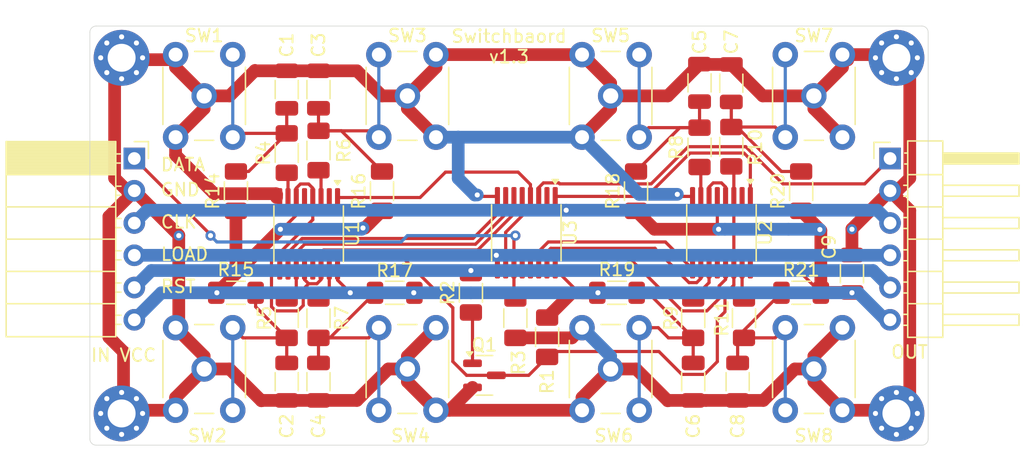
<source format=kicad_pcb>
(kicad_pcb (version 20241229) (generator "pcbnew") (generator_version "9.0")
  (layers (0 "F.Cu" signal) (2 "B.Cu" signal) (13 "F.Paste" user) (15 "B.Paste" user) (5 "F.SilkS" user "F.Silkscreen") (7 "B.SilkS" user "B.Silkscreen") (1 "F.Mask" user) (3 "B.Mask" user) (25 "Edge.Cuts" user))
  (net 0 "")
  (net 1 "GND")
  (net 2 "VCC")
  (net 3 "/RESET")
  (net 4 "/LOAD")
  (net 5 "/CLOCK")
  (net 6 "/DATA_IN")
  (net 7 "/DATA_OUT")
  (net 8 "Net-(R4-Pad1)")
  (net 9 "Net-(R5-Pad1)")
  (net 10 "Net-(R6-Pad1)")
  (net 11 "Net-(R7-Pad1)")
  (net 12 "Net-(R8-Pad1)")
  (net 13 "Net-(R9-Pad1)")
  (net 14 "Net-(R10-Pad1)")
  (net 15 "Net-(R11-Pad1)")
  (net 16 "Net-(U3-P2)")
  (net 17 "Net-(U3-P1)")
  (net 18 "Net-(U3-P0)")
  (net 19 "Net-(U3-P3)")
  (net 20 "Net-(U3-P6)")
  (net 21 "Net-(U3-P4)")
  (net 22 "/RESET_LOCAL")
  (net 23 "Net-(U3-P7)")
  (net 24 "Net-(U3-P5)")
  (net 27 "Net-(Q1-B)")
  (net 28 "Net-(C1-Pad1)")
  (net 29 "Net-(C2-Pad1)")
  (net 30 "Net-(C3-Pad1)")
  (net 31 "Net-(C4-Pad1)")
  (net 32 "Net-(C5-Pad1)")
  (net 33 "Net-(C6-Pad1)")
  (net 34 "Net-(C7-Pad1)")
  (net 35 "Net-(C8-Pad1)")
  (footprint "Resistor_SMD:R_1206_3216Metric_Pad1.30x1.75mm_HandSolder" (layer "F.Cu") (at 70.5 29.5 90)
    (property "Reference" "R10")
    (property "Value" "10k")
  )
  (footprint "Button_Switch_THT:SW_PUSH_6mm" (layer "F.Cu") (at 79.25 43.75 -90)
    (property "Reference" "SW8")
    (property "Value" "SW_Push")
  )
  (footprint "Resistor_SMD:R_1206_3216Metric_Pad1.30x1.75mm_HandSolder" (layer "F.Cu") (at 56 44.5 90)
    (property "Reference" "R1")
    (property "Value" "10k")
  )
  (footprint "MountingHole:MountingHole_2.2mm_M2_Pad_Via" (layer "F.Cu") (at 22.5 50.5)
    (property "Reference" "H2" (hide yes))
    (property "Value" "MountingHole_Pad" (hide yes))
  )
  (footprint "Resistor_SMD:R_1206_3216Metric_Pad1.30x1.75mm_HandSolder" (layer "F.Cu") (at 53.5 43 -90)
    (property "Reference" "R3")
    (property "Value" "100k")
  )
  (footprint "MountingHole:MountingHole_2.2mm_M2_Pad_Via" (layer "F.Cu") (at 83.5 50.5)
    (property "Reference" "H4" (hide yes))
    (property "Value" "MountingHole_Pad" (hide yes))
  )
  (footprint "Capacitor_SMD:C_1206_3216Metric" (layer "F.Cu") (at 38 48 -90)
    (property "Reference" "C4")
    (property "Value" "10n")
  )
  (footprint "Capacitor_SMD:C_1206_3216Metric" (layer "F.Cu") (at 70.5 24.5 90)
    (property "Reference" "C7")
    (property "Value" "10n")
  )
  (footprint "Package_SO:TSSOP-16_4.4x5mm_P0.65mm" (layer "F.Cu") (at 69.725 36.275 -90)
    (property "Reference" "U2")
    (property "Value" "4044")
  )
  (footprint "Button_Switch_THT:SW_PUSH_6mm" (layer "F.Cu") (at 58.75 28.75 90)
    (property "Reference" "SW5")
    (property "Value" "SW_Push")
  )
  (footprint "Package_SO:TSSOP-16_4.4x5mm_P0.65mm" (layer "F.Cu") (at 54.3625 36.275 -90)
    (property "Reference" "U3")
    (property "Value" "4014")
  )
  (footprint "Resistor_SMD:R_1206_3216Metric_Pad1.30x1.75mm_HandSolder" (layer "F.Cu") (at 68 29.55 90)
    (property "Reference" "R8")
    (property "Value" "10k")
  )
  (footprint "Resistor_SMD:R_1206_3216Metric_Pad1.30x1.75mm_HandSolder" (layer "F.Cu") (at 71.5 43 -90)
    (property "Reference" "R11")
    (property "Value" "10k")
  )
  (footprint "Capacitor_SMD:C_1206_3216Metric" (layer "F.Cu") (at 35.5 48 -90)
    (property "Reference" "C2")
    (property "Value" "10n")
  )
  (footprint "Resistor_SMD:R_1206_3216Metric_Pad1.30x1.75mm_HandSolder" (layer "F.Cu") (at 35.5 30 90)
    (property "Reference" "R4")
    (property "Value" "10k")
  )
  (footprint "Resistor_SMD:R_1206_3216Metric_Pad1.30x1.75mm_HandSolder" (layer "F.Cu") (at 76 41 180)
    (property "Reference" "R21")
    (property "Value" "100k")
  )
  (footprint "Package_SO:TSSOP-16_4.4x5mm_P0.65mm" (layer "F.Cu") (at 37.225 36.3625 -90)
    (property "Reference" "U1")
    (property "Value" "4044")
  )
  (footprint "Resistor_SMD:R_1206_3216Metric_Pad1.30x1.75mm_HandSolder" (layer "F.Cu") (at 31.5 41)
    (property "Reference" "R15")
    (property "Value" "100k")
  )
  (footprint "Resistor_SMD:R_1206_3216Metric_Pad1.30x1.75mm_HandSolder" (layer "F.Cu") (at 31.5 33 90)
    (property "Reference" "R14")
    (property "Value" "100k")
  )
  (footprint "Button_Switch_THT:SW_PUSH_6mm" (layer "F.Cu") (at 79.25 22.25 -90)
    (property "Reference" "SW7")
    (property "Value" "SW_Push")
  )
  (footprint "Resistor_SMD:R_1206_3216Metric_Pad1.30x1.75mm_HandSolder" (layer "F.Cu") (at 76 33 90)
    (property "Reference" "R20")
    (property "Value" "100k")
  )
  (footprint "Button_Switch_THT:SW_PUSH_6mm" (layer "F.Cu") (at 58.75 50.25 90)
    (property "Reference" "SW6")
    (property "Value" "SW_Push")
  )
  (footprint "Resistor_SMD:R_1206_3216Metric_Pad1.30x1.75mm_HandSolder" (layer "F.Cu") (at 63 33 90)
    (property "Reference" "R18")
    (property "Value" "100k")
  )
  (footprint "Resistor_SMD:R_1206_3216Metric_Pad1.30x1.75mm_HandSolder" (layer "F.Cu") (at 50 41 90)
    (property "Reference" "R2")
    (property "Value" "10k")
  )
  (footprint "MountingHole:MountingHole_2.2mm_M2_Pad_Via" (layer "F.Cu") (at 83.5 22.5)
    (property "Reference" "H3" (hide yes))
    (property "Value" "MountingHole_Pad" (hide yes))
  )
  (footprint "Capacitor_SMD:C_1206_3216Metric" (layer "F.Cu") (at 71 48 -90)
    (property "Reference" "C8")
    (property "Value" "10n")
  )
  (footprint "Button_Switch_THT:SW_PUSH_6mm" (layer "F.Cu") (at 47.25 43.75 -90)
    (property "Reference" "SW4")
    (property "Value" "SW_Push")
  )
  (footprint "Resistor_SMD:R_1206_3216Metric_Pad1.30x1.75mm_HandSolder" (layer "F.Cu") (at 38 29.8 90)
    (property "Reference" "R6")
    (property "Value" "10k")
  )
  (footprint "Capacitor_SMD:C_1206_3216Metric" (layer "F.Cu") (at 38 25 90)
    (property "Reference" "C3")
    (property "Value" "10n")
  )
  (footprint "Button_Switch_THT:SW_PUSH_6mm" (layer "F.Cu") (at 26.75 28.75 90)
    (property "Reference" "SW1")
    (property "Value" "SW_Push")
  )
  (footprint "Resistor_SMD:R_1206_3216Metric_Pad1.30x1.75mm_HandSolder" (layer "F.Cu") (at 67.5 43 -90)
    (property "Reference" "R9")
    (property "Value" "10k")
  )
  (footprint "Capacitor_SMD:C_1206_3216Metric" (layer "F.Cu") (at 35.5 25 90)
    (property "Reference" "C1")
    (property "Value" "10n")
  )
  (footprint "Capacitor_SMD:C_1206_3216Metric" (layer "F.Cu") (at 80 39.5 -90)
    (property "Reference" "C9")
    (property "Value" "100n")
  )
  (footprint "Resistor_SMD:R_1206_3216Metric_Pad1.30x1.75mm_HandSolder" (layer "F.Cu") (at 44 41 180)
    (property "Reference" "R17")
    (property "Value" "100k")
  )
  (footprint "Button_Switch_THT:SW_PUSH_6mm" (layer "F.Cu") (at 47.25 22.25 -90)
    (property "Reference" "SW3")
    (property "Value" "SW_Push")
  )
  (footprint "Resistor_SMD:R_1206_3216Metric_Pad1.30x1.75mm_HandSolder" (layer "F.Cu") (at 35.5 43 -90)
    (property "Reference" "R5")
    (property "Value" "10k")
  )
  (footprint "Resistor_SMD:R_1206_3216Metric_Pad1.30x1.75mm_HandSolder" (layer "F.Cu") (at 61.5 41)
    (property "Reference" "R19")
    (property "Value" "100k")
  )
  (footprint "Capacitor_SMD:C_1206_3216Metric" (layer "F.Cu") (at 68 24.475 90)
    (property "Reference" "C5")
    (property "Value" "10n")
  )
  (footprint "Package_TO_SOT_SMD:SOT-23" (layer "F.Cu") (at 51.0625 47.5)
    (property "Reference" "Q1")
    (property "Value" "MMBT5551L")
  )
  (footprint "Resistor_SMD:R_1206_3216Metric_Pad1.30x1.75mm_HandSolder" (layer "F.Cu") (at 38 43 -90)
    (property "Reference" "R7")
    (property "Value" "10k")
  )
  (footprint "Connector_PinSocket_2.54mm:PinSocket_1x06_P2.54mm_Horizontal" (layer "F.Cu") (at 23.5 30.428718)
    (property "Reference" "J2" (hide yes))
    (property "Value" "S88_In")
  )
  (footprint "Button_Switch_THT:SW_PUSH_6mm" (layer "F.Cu") (at 26.75 50.25 90)
    (property "Reference" "SW2")
    (property "Value" "SW_Push")
  )
  (footprint "Resistor_SMD:R_1206_3216Metric_Pad1.30x1.75mm_HandSolder" (layer "F.Cu") (at 43 33 90)
    (property "Reference" "R16")
    (property "Value" "100k")
  )
  (footprint "Capacitor_SMD:C_1206_3216Metric" (layer "F.Cu") (at 67.5 48 -90)
    (property "Reference" "C6")
    (property "Value" "10n")
  )
  (footprint "Connector_PinHeader_2.54mm:PinHeader_1x06_P2.54mm_Horizontal" (layer "F.Cu") (at 83 30.428718)
    (property "Reference" "J4" (hide yes))
    (property "Value" "S88_Out")
  )
  (footprint "MountingHole:MountingHole_2.2mm_M2_Pad_Via" (layer "F.Cu") (at 22.5 22.5)
    (property "Reference" "H1" (hide yes))
    (property "Value" "MountingHole_Pad" (hide yes))
  )
  (gr_arc (start 20.5 53) (mid 20.146447 52.853553) (end 20 52.5) (stroke (width 0.05)) (layer "Edge.Cuts"))
  (gr_arc (start 20 20.5) (mid 20.146447 20.146447) (end 20.5 20) (stroke (width 0.05)) (layer "Edge.Cuts"))
  (gr_line (start 85.5 53) (end 20.5 53) (stroke (width 0.05)) (layer "Edge.Cuts"))
  (gr_line (start 20.5 20) (end 85.5 20) (stroke (width 0.05)) (layer "Edge.Cuts"))
  (gr_line (start 86 20.5) (end 86 52.5) (stroke (width 0.05)) (layer "Edge.Cuts"))
  (gr_arc (start 85.5 20) (mid 85.853553 20.146447) (end 86 20.5) (stroke (width 0.05)) (layer "Edge.Cuts"))
  (gr_line (start 20 52.5) (end 20 20.5) (stroke (width 0.05)) (layer "Edge.Cuts"))
  (gr_arc (start 86 52.5) (mid 85.853553 52.853553) (end 85.5 53) (stroke (width 0.05)) (layer "Edge.Cuts"))
  (gr_text "VCC" (at 22.25 46.5 0) (layer "F.SilkS") (effects (font (size 1 1)) (justify left bottom)))
  (gr_text "LOAD" (at 25.5 38.548718 0) (layer "F.SilkS") (effects (font (size 1 1)) (justify left bottom)))
  (gr_text "RST" (at 25.5 41.088718 0) (layer "F.SilkS") (effects (font (size 1 1)) (justify left bottom)))
  (gr_text "IN" (at 20 46.5 0) (layer "F.SilkS") (effects (font (size 1 1)) (justify left bottom)))
  (gr_text "OUT" (at 83 46.25 0) (layer "F.SilkS") (effects (font (size 1 1)) (justify left bottom)))
  (gr_text "GND" (at 25.5 33.468718 0) (layer "F.SilkS") (effects (font (size 1 1)) (justify left bottom)))
  (gr_text "Switchbaord\nv1.3" (at 53 23 0) (layer "F.SilkS") (effects (font (size 1 1)) (justify bottom)))
  (gr_text "DATA" (at 25.5 31.5 0) (layer "F.SilkS") (effects (font (size 1 1)) (justify left bottom)))
  (gr_text "CLK" (at 25.5 36.008718 0) (layer "F.SilkS") (effects (font (size 1 1)) (justify left bottom)))
  (segment (start 23.5 32.968718) (end 23.5 33) (width 1) (layer "F.Cu") (net 1))
  (segment (start 83.083274 22.25) (end 83.5 22.666726) (width 1) (layer "F.Cu") (net 1))
  (segment (start 77 47) (end 77 46) (width 1) (layer "F.Cu") (net 1))
  (segment (start 29 47) (end 29 46) (width 1) (layer "F.Cu") (net 1))
  (segment (start 47.25 22.25) (end 47.25 23.25) (width 1) (layer "F.Cu") (net 1))
  (segment (start 26.75 28.75) (end 26.75 30.164213) (width 1) (layer "F.Cu") (net 1))
  (segment (start 57.95 44.55) (end 58.75 43.75) (width 1) (layer "F.Cu") (net 1))
  (segment (start 61 26.5) (end 58.75 28.75) (width 1) (layer "F.Cu") (net 1))
  (segment (start 22.65 45.65) (end 22.65 50.5) (width 1) (layer "F.Cu") (net 1))
  (segment (start 84.551 51.449) (end 84.333274 51.666726) (width 1) (layer "F.Cu") (net 1))
  (segment (start 79.666726 22.666726) (end 79.25 22.25) (width 1) (layer "F.Cu") (net 1))
  (segment (start 35.5 49.475) (end 38 49.475) (width 1) (layer "F.Cu") (net 1))
  (segment (start 70.5 23.025) (end 68.025 23.025) (width 1) (layer "F.Cu") (net 1))
  (segment (start 26.75 50.25) (end 22.9 50.25) (width 1) (layer "F.Cu") (net 1))
  (segment (start 66.4125 33.4125) (end 66.25 33.25) (width 0.25) (layer "F.Cu") (net 1))
  (segment (start 45 26.5) (end 47.25 28.75) (width 1) (layer "F.Cu") (net 1))
  (segment (start 41.025 49.475) (end 43.5 47) (width 1) (layer "F.Cu") (net 1))
  (segment (start 82.916548 50.25) (end 84.333274 51.666726) (width 1) (layer "F.Cu") (net 1))
  (segment (start 27 36.5) (end 27 43.5) (width 1) (layer "F.Cu") (net 1))
  (segment (start 84.551 31.979718) (end 84.551 23.717726) (width 1) (layer "F.Cu") (net 1))
  (segment (start 29.784787 33.199) (end 34.649 33.199) (width 1) (layer "F.Cu") (net 1))
  (segment (start 61 24.5) (end 58.75 22.25) (width 1) (layer "F.Cu") (net 1))
  (segment (start 21.5 35) (end 21.5 44.5) (width 1) (layer "F.Cu") (net 1))
  (segment (start 61 47) (end 63 47) (width 1) (layer "F.Cu") (net 1))
  (segment (start 22.938 32.968718) (end 21.949 31.979718) (width 1) (layer "F.Cu") (net 1))
  (segment (start 26.35 22.65) (end 26.75 22.25) (width 1) (layer "F.Cu") (net 1))
  (segment (start 29 26.5) (end 26.75 28.75) (width 1) (layer "F.Cu") (net 1))
  (segment (start 45 47) (end 45 48) (width 1) (layer "F.Cu") (net 1))
  (segment (start 33.5 49.5) (end 33.525 49.475) (width 1) (layer "F.Cu") (net 1))
  (segment (start 58.75 49.25) (end 61 47) (width 1) (layer "F.Cu") (net 1))
  (segment (start 77 25.5) (end 72.975 25.5) (width 1) (layer "F.Cu") (net 1))
  (segment (start 29 25.5) (end 31 25.5) (width 1) (layer "F.Cu") (net 1))
  (segment (start 68.025 23.025) (end 68 23) (width 1) (layer "F.Cu") (net 1))
  (segment (start 21.949 23.201) (end 22.5 22.65) (width 1) (layer "F.Cu") (net 1))
  (segment (start 31 47) (end 33.5 49.5) (width 1) (layer "F.Cu") (net 1))
  (segment (start 72.975 25.5) (end 70.5 23.025) (width 1) (layer "F.Cu") (net 1))
  (segment (start 47.25 50.25) (end 48.325 50.25) (width 1) (layer "F.Cu") (net 1))
  (segment (start 31 25.5) (end 33 23.5) (width 1) (layer "F.Cu") (net 1))
  (segment (start 67.45 33.4125) (end 66.4125 33.4125) (width 0.25) (layer "F.Cu") (net 1))
  (segment (start 61 25.5) (end 61 24.5) (width 1) (layer "F.Cu") (net 1))
  (segment (start 38 23.525) (end 41.025 23.525) (width 1) (layer "F.Cu") (net 1))
  (segment (start 23.5 33) (end 21.5 35) (width 1) (layer "F.Cu") (net 1))
  (segment (start 50.6135 33.4125) (end 50.5 33.299) (width 0.25) (layer "F.Cu") (net 1))
  (segment (start 45 48) (end 47.25 50.25) (width 1) (layer "F.Cu") (net 1))
  (segment (start 53.5 44.55) (end 57.95 44.55) (width 1) (layer "F.Cu") (net 1))
  (segment (start 22.5 22.65) (end 26.35 22.65) (width 1) (layer "F.Cu") (net 1))
  (segment (start 65.5 49.5) (end 65.525 49.475) (width 1) (layer "F.Cu") (net 1))
  (segment (start 43 25.5) (end 45 25.5) (width 1) (layer "F.Cu") (net 1))
  (segment (start 73.025 49.475) (end 75.5 47) (width 1) (layer "F.Cu") (net 1))
  (segment (start 65.5 25.5) (end 61 25.5) (width 1) (layer "F.Cu") (net 1))
  (segment (start 79.25 22.25) (end 83.083274 22.25) (width 1) (layer "F.Cu") (net 1))
  (segment (start 29 25.5) (end 29 26.5) (width 1) (layer "F.Cu") (net 1))
  (segment (start 41.025 23.525) (end 43 25.5) (width 1) (layer "F.Cu") (net 1))
  (segment (start 77 48) (end 79.25 50.25) (width 1) (layer "F.Cu") (net 1))
  (segment (start 26.75 23.25) (end 29 25.5) (width 1) (layer "F.Cu") (net 1))
  (segment (start 34.649 33.199) (end 34.699 33.249) (width 1) (layer "F.Cu") (net 1))
  (segment (start 34.699 33.249) (end 34.699 33.5) (width 1) (layer "F.Cu") (net 1))
  (segment (start 33.525 49.475) (end 35.5 49.475) (width 1) (layer "F.Cu") (net 1))
  (segment (start 29 46) (end 26.75 43.75) (width 1) (layer "F.Cu") (net 1))
  (segment (start 22.9 50.25) (end 22.65 50.5) (width 1) (layer "F.Cu") (net 1))
  (segment (start 35.5 23.525) (end 38 23.525) (width 1) (layer "F.Cu") (net 1))
  (segment (start 79.25 50.25) (end 83.25 50.25) (width 1) (layer "F.Cu") (net 1))
  (segment (start 27 43.5) (end 26.75 43.75) (width 1) (layer "F.Cu") (net 1))
  (segment (start 21.5 44.5) (end 22.65 45.65) (width 1) (layer "F.Cu") (net 1))
  (segment (start 83.25 50.25) (end 83.5 50.5) (width 1) (layer "F.Cu") (net 1))
  (segment (start 45 47) (end 45 46) (width 1) (layer "F.Cu") (net 1))
  (segment (start 84.551 22.884452) (end 84.333274 22.666726) (width 1) (layer "F.Cu") (net 1))
  (segment (start 77 25.5) (end 77 26.5) (width 1) (layer "F.Cu") (net 1))
  (segment (start 26.75 50.25) (end 26.75 49.25) (width 1) (layer "F.Cu") (net 1))
  (segment (start 23.5 32.968718) (end 22.938 32.968718) (width 1) (layer "F.Cu") (net 1))
  (segment (start 61 25.5) (end 61 26.5) (width 1) (layer "F.Cu") (net 1))
  (segment (start 79.25 23.25) (end 77 25.5) (width 1) (layer "F.Cu") (net 1))
  (segment (start 26.75 22.25) (end 26.75 23.25) (width 1) (layer "F.Cu") (net 1))
  (segment (start 79.25 22.25) (end 79.25 23.25) (width 1) (layer "F.Cu") (net 1))
  (segment (start 26.75 30.164213) (end 29.784787 33.199) (width 1) (layer "F.Cu") (net 1))
  (segment (start 65.525 49.475) (end 68.5 49.475) (width 1) (layer "F.Cu") (net 1))
  (segment (start 83 32.968718) (end 84.551 34.519718) (width 1) (layer "F.Cu") (net 1))
  (segment (start 77 47) (end 77 48) (width 1) (layer "F.Cu") (net 1))
  (segment (start 33 23.5) (end 33.025 23.525) (width 1) (layer "F.Cu") (net 1))
  (segment (start 84.551 23.717726) (end 83.5 22.666726) (width 1) (layer "F.Cu") (net 1))
  (segment (start 47.475 43.975) (end 47.25 43.75) (width 1) (layer "F.Cu") (net 1))
  (segment (start 21.949 31.979718) (end 21.949 23.201) (width 1) (layer "F.Cu") (net 1))
  (segment (start 77 46) (end 79.25 43.75) (width 1) (layer "F.Cu") (net 1))
  (segment (start 75.5 47) (end 77 47) (width 1) (layer "F.Cu") (net 1))
  (segment (start 47.25 50.25) (end 58.75 50.25) (width 1) (layer "F.Cu") (net 1))
  (segment (start 58.75 22.25) (end 47.25 22.25) (width 1) (layer "F.Cu") (net 1))
  (segment (start 68.5 49.475) (end 71 49.475) (width 1) (layer "F.Cu") (net 1))
  (segment (start 80 35.968718) (end 80 36) (width 1) (layer "F.Cu") (net 1))
  (segment (start 26.75 49.25) (end 29 47) (width 1) (layer "F.Cu") (net 1))
  (segment (start 58.75 50.25) (end 58.75 49.25) (width 1) (layer "F.Cu") (net 1))
  (segment (start 77 26.5) (end 79.25 28.75) (width 1) (layer "F.Cu") (net 1))
  (segment (start 47.425 28.75) (end 47.25 28.75) (width 0.25) (layer "F.Cu") (net 1))
  (segment (start 43.5 47) (end 45 47) (width 1) (layer "F.Cu") (net 1))
  (segment (start 27 36.468718) (end 27 36.5) (width 1) (layer "F.Cu") (net 1))
  (segment (start 29 47) (end 31 47) (width 1) (layer "F.Cu") (net 1))
  (segment (start 80 36) (end 80 38.025) (width 1) (layer "F.Cu") (net 1))
  (segment (start 71 49.475) (end 73.025 49.475) (width 1) (layer "F.Cu") (net 1))
  (segment (start 83 32.968718) (end 83.562 32.968718) (width 1) (layer "F.Cu") (net 1))
  (segment (start 63 47) (end 65.5 49.5) (width 1) (layer "F.Cu") (net 1))
  (segment (start 84.551 34.519718) (end 84.551 49.449) (width 1) (layer "F.Cu") (net 1))
  (segment (start 52.0875 33.4125) (end 50.6135 33.4125) (width 0.25) (layer "F.Cu") (net 1))
  (segment (start 48.325 50.25) (end 50.125 48.45) (width 1) (layer "F.Cu") (net 1))
  (segment (start 83.562 32.968718) (end 84.551 31.979718) (width 1) (layer "F.Cu") (net 1))
  (segment (start 47.25 23.25) (end 45 25.5) (width 1) (layer "F.Cu") (net 1))
  (segment (start 68 23) (end 65.5 25.5) (width 1) (layer "F.Cu") (net 1))
  (segment (start 45 25.5) (end 45 26.5) (width 1) (layer "F.Cu") (net 1))
  (segment (start 23.5 32.968718) (end 27 36.468718) (width 1) (layer "F.Cu") (net 1))
  (segment (start 38 49.475) (end 41.025 49.475) (width 1) (layer "F.Cu") (net 1))
  (segment (start 33.025 23.525) (end 35.5 23.525) (width 1) (layer "F.Cu") (net 1))
  (segment (start 45 46) (end 47.25 43.75) (width 1) (layer "F.Cu") (net 1))
  (segment (start 83 32.968718) (end 80 35.968718) (width 1) (layer "F.Cu") (net 1))
  (segment (start 84.551 49.449) (end 83.5 50.5) (width 1) (layer "F.Cu") (net 1))
  (via (at 77 25.5) (size 2) (drill 1.2) (layers "F.Cu" "B.Cu") (net 1))
  (via (at 77 47) (size 2) (drill 1.2) (layers "F.Cu" "B.Cu") (net 1))
  (via (at 61 25.5) (size 2) (drill 1.2) (layers "F.Cu" "B.Cu") (net 1))
  (via (at 29 47) (size 2) (drill 1.2) (layers "F.Cu" "B.Cu") (net 1))
  (via (at 50.5 33.299) (size 0.8) (drill 0.4) (layers "F.Cu" "B.Cu") (net 1))
  (via (at 45 47) (size 2) (drill 1.2) (layers "F.Cu" "B.Cu") (net 1))
  (via (at 45 25.5) (size 2) (drill 1.2) (layers "F.Cu" "B.Cu") (net 1))
  (via (at 27 36.5) (size 0.8) (drill 0.4) (layers "F.Cu" "B.Cu") (net 1))
  (via (at 66.25 33.25) (size 0.8) (drill 0.4) (layers "F.Cu" "B.Cu") (net 1))
  (via (at 61 47) (size 2) (drill 1.2) (layers "F.Cu" "B.Cu") (net 1))
  (via (at 80 36) (size 0.8) (drill 0.4) (layers "F.Cu" "B.Cu") (net 1))
  (via (at 29 25.5) (size 2) (drill 1.2) (layers "F.Cu" "B.Cu") (net 1))
  (segment (start 58.75 28.75) (end 49 28.75) (width 1) (layer "B.Cu") (net 1))
  (segment (start 49 32) (end 50.299 33.299) (width 1) (layer "B.Cu") (net 1))
  (segment (start 61 46) (end 58.75 43.75) (width 1) (layer "B.Cu") (net 1))
  (segment (start 49 28.75) (end 47.25 28.75) (width 1) (layer "B.Cu") (net 1))
  (segment (start 50.299 33.299) (end 50.5 33.299) (width 1) (layer "B.Cu") (net 1))
  (segment (start 63.25 33.25) (end 66.25 33.25) (width 1) (layer "B.Cu") (net 1))
  (segment (start 49 28.75) (end 49 32) (width 1) (layer "B.Cu") (net 1))
  (segment (start 61 47) (end 61 46) (width 1) (layer "B.Cu") (net 1))
  (segment (start 58.75 28.75) (end 63.25 33.25) (width 1) (layer "B.Cu") (net 1))
  (segment (start 43 34.55) (end 42.025 35.525) (width 1) (layer "F.Cu") (net 2))
  (segment (start 56.6375 39.1375) (end 58.5 41) (width 0.25) (layer "F.Cu") (net 2))
  (segment (start 77.55 36.1) (end 77.475 36.025) (width 1) (layer "F.Cu") (net 2))
  (segment (start 75.6875 39.1375) (end 77.55 41) (width 0.25) (layer "F.Cu") (net 2))
  (segment (start 80 40.975) (end 77.575 40.975) (width 1) (layer "F.Cu") (net 2))
  (segment (start 36.9 33.5) (end 36.9 34.237499) (width 0.25) (layer "F.Cu") (net 2))
  (segment (start 39.5 40) (end 40.5 41) (width 0.25) (layer "F.Cu") (net 2))
  (segment (start 59.95 41) (end 58.751 41) (width 1) (layer "F.Cu") (net 2))
  (segment (start 31.5 39.5) (end 35 36) (width 1) (layer "F.Cu") (net 2))
  (segment (start 72 39.1375) (end 75.6875 39.1375) (width 0.25) (layer "F.Cu") (net 2))
  (segment (start 58.5 41) (end 58.751 41) (width 0.25) (layer "F.Cu") (net 2))
  (segment (start 42.025 35.525) (end 41.65 35.9) (width 1) (layer "F.Cu") (net 2))
  (segment (start 39.5 39.225) (end 39.5 40) (width 0.25) (layer "F.Cu") (net 2))
  (segment (start 36.9 34.237499) (end 35.137499 36) (width 0.25) (layer "F.Cu") (net 2))
  (segment (start 41.65 35.9) (end 41.5 35.9) (width 1) (layer "F.Cu") (net 2))
  (segment (start 31.5 34.55) (end 31.5 39.5) (width 1) (layer "F.Cu") (net 2))
  (segment (start 64.45 36) (end 63 34.55) (width 1) (layer "F.Cu") (net 2))
  (segment (start 60 41) (end 57.95 41) (width 1) (layer "F.Cu") (net 2))
  (segment (start 69.5 36) (end 64.45 36) (width 1) (layer "F.Cu") (net 2))
  (segment (start 77.475 36.025) (end 76 34.55) (width 1) (layer "F.Cu") (net 2))
  (segment (start 30 41) (end 31.5 39.5) (width 1) (layer "F.Cu") (net 2))
  (segment (start 69.4 35.9) (end 69.5 36) (width 0.25) (layer "F.Cu") (net 2))
  (segment (start 77.55 41) (end 77.55 36.1) (width 1) (layer "F.Cu") (net 2))
  (segment (start 57.95 41) (end 56 42.95) (width 1) (layer "F.Cu") (net 2))
  (segment (start 35.137499 36) (end 35 36) (width 0.25) (layer "F.Cu") (net 2))
  (segment (start 69.4 33.4125) (end 69.4 35.9) (width 0.25) (layer "F.Cu") (net 2))
  (segment (start 77.575 40.975) (end 77.55 41) (width 1) (layer "F.Cu") (net 2))
  (via (at 40.5 41) (size 0.8) (drill 0.4) (layers "F.Cu" "B.Cu") (net 2))
  (via (at 60 41) (size 0.8) (drill 0.4) (layers "F.Cu" "B.Cu") (net 2))
  (via (at 45.5 41) (size 0.8) (drill 0.4) (layers "F.Cu" "B.Cu") (net 2))
  (via (at 41.5 35.9) (size 0.8) (drill 0.4) (layers "F.Cu" "B.Cu") (net 2))
  (via (at 69.5 36) (size 0.8) (drill 0.4) (layers "F.Cu" "B.Cu") (net 2))
  (via (at 77.475 36.025) (size 0.8) (drill 0.4) (layers "F.Cu" "B.Cu") (net 2))
  (via (at 80 41) (size 0.8) (drill 0.4) (layers "F.Cu" "B.Cu") (net 2))
  (via (at 35 36) (size 0.8) (drill 0.4) (layers "F.Cu" "B.Cu") (net 2))
  (via (at 30 41) (size 0.8) (drill 0.4) (layers "F.Cu" "B.Cu") (net 2))
  (segment (start 80 41) (end 77.5 41) (width 1) (layer "B.Cu") (net 2))
  (segment (start 45.5 41) (end 40.5 41) (width 1) (layer "B.Cu") (net 2))
  (segment (start 83 43.128718) (end 82.628718 43.128718) (width 1) (layer "B.Cu") (net 2))
  (segment (start 50 41) (end 45.5 41) (width 1) (layer "B.Cu") (net 2))
  (segment (start 82.628718 43.128718) (end 80.5 41) (width 1) (layer "B.Cu") (net 2))
  (segment (start 60 41) (end 50 41) (width 1) (layer "B.Cu") (net 2))
  (segment (start 25.628718 41) (end 23.5 43.128718) (width 1) (layer "B.Cu") (net 2))
  (segment (start 77.45 36) (end 75 36) (width 1) (layer "B.Cu") (net 2))
  (segment (start 30 41) (end 25.628718 41) (width 1) (layer "B.Cu") (net 2))
  (segment (start 77.5 41) (end 60 41) (width 1) (layer "B.Cu") (net 2))
  (segment (start 41.4 36) (end 41.5 35.9) (width 1) (layer "B.Cu") (net 2))
  (segment (start 77.475 36.025) (end 77.45 36) (width 1) (layer "B.Cu") (net 2))
  (segment (start 70 36) (end 69.5 36) (width 1) (layer "B.Cu") (net 2))
  (segment (start 80.5 41) (end 80 41) (width 1) (layer "B.Cu") (net 2))
  (segment (start 40.5 41) (end 30 41) (width 1) (layer "B.Cu") (net 2))
  (segment (start 75 36) (end 70 36) (width 1) (layer "B.Cu") (net 2))
  (segment (start 35 36) (end 41.4 36) (width 1) (layer "B.Cu") (net 2))
  (via (at 50 39.249718) (size 0.8) (drill 0.4) (layers "F.Cu" "B.Cu") (net 3))
  (segment (start 50 39.249718) (end 24.839 39.249718) (width 1) (layer "B.Cu") (net 3))
  (segment (start 83 40.588718) (end 81.661 39.249718) (width 1) (layer "B.Cu") (net 3))
  (segment (start 81.661 39.249718) (end 50 39.249718) (width 1) (layer "B.Cu") (net 3))
  (segment (start 24.839 39.249718) (end 23.5 40.588718) (width 1) (layer "B.Cu") (net 3))
  (segment (start 52.0875 39.1375) (end 52.0875 38.136218) (width 0.25) (layer "F.Cu") (net 4))
  (segment (start 52.0875 38.136218) (end 52 38.048718) (width 0.25) (layer "F.Cu") (net 4))
  (via (at 52 38.048718) (size 0.8) (drill 0.4) (layers "F.Cu" "B.Cu") (net 4))
  (segment (start 52 38.048718) (end 23.5 38.048718) (width 1) (layer "B.Cu") (net 4))
  (segment (start 83 38.048718) (end 52 38.048718) (width 1) (layer "B.Cu") (net 4))
  (segment (start 54.47328 34.5) (end 57.5 34.5) (width 0.25) (layer "F.Cu") (net 5))
  (segment (start 52.7375 39.1375) (end 52.7375 36.23578) (width 0.25) (layer "F.Cu") (net 5))
  (segment (start 52.7375 36.23578) (end 54.47328 34.5) (width 0.25) (layer "F.Cu") (net 5))
  (via (at 57.5 34.5) (size 0.8) (drill 0.4) (layers "F.Cu" "B.Cu") (net 5))
  (segment (start 83 35.508718) (end 81.991282 34.5) (width 1) (layer "B.Cu") (net 5))
  (segment (start 24.508718 34.5) (end 23.5 35.508718) (width 1) (layer "B.Cu") (net 5))
  (segment (start 81.991282 34.5) (end 57.5 34.5) (width 1) (layer "B.Cu") (net 5))
  (segment (start 57.5 34.5) (end 24.508718 34.5) (width 1) (layer "B.Cu") (net 5))
  (segment (start 53.3875 36.6125) (end 53.5 36.5) (width 0.25) (layer "F.Cu") (net 6))
  (segment (start 29.5 36.428718) (end 29.5 36.5) (width 0.25) (layer "F.Cu") (net 6))
  (segment (start 53.3875 41.3375) (end 53.5 41.45) (width 0.25) (layer "F.Cu") (net 6))
  (segment (start 53.3875 39.1375) (end 53.3875 41.3375) (width 0.25) (layer "F.Cu") (net 6))
  (segment (start 23.5 30.428718) (end 29.5 36.428718) (width 0.25) (layer "F.Cu") (net 6))
  (segment (start 53.3875 39.1375) (end 53.3875 36.6125) (width 0.25) (layer "F.Cu") (net 6))
  (via (at 29.5 36.5) (size 0.8) (drill 0.4) (layers "F.Cu" "B.Cu") (net 6))
  (via (at 53.5 36.5) (size 0.8) (drill 0.4) (layers "F.Cu" "B.Cu") (net 6))
  (segment (start 44.5 37) (end 30 37) (width 0.25) (layer "B.Cu") (net 6))
  (segment (start 45 36.5) (end 44.5 37) (width 0.25) (layer "B.Cu") (net 6))
  (segment (start 30 37) (end 29.5 36.5) (width 0.25) (layer "B.Cu") (net 6))
  (segment (start 53.5 36.5) (end 45 36.5) (width 0.25) (layer "B.Cu") (net 6))
  (segment (start 55.3375 33.4125) (end 55.3375 32.719774) (width 0.25) (layer "F.Cu") (net 7))
  (segment (start 64.189676 32.426) (end 67.115676 29.5) (width 0.25) (layer "F.Cu") (net 7))
  (segment (start 81.002718 32.426) (end 83 30.428718) (width 0.25) (layer "F.Cu") (net 7))
  (segment (start 55.3375 32.719774) (end 55.708274 32.349) (width 0.25) (layer "F.Cu") (net 7))
  (segment (start 71.63781 29.5) (end 74.56381 32.426) (width 0.25) (layer "F.Cu") (net 7))
  (segment (start 74.56381 32.426) (end 81.002718 32.426) (width 0.25) (layer "F.Cu") (net 7))
  (segment (start 56.993726 32.426) (end 64.189676 32.426) (width 0.25) (layer "F.Cu") (net 7))
  (segment (start 55.708274 32.349) (end 56.916726 32.349) (width 0.25) (layer "F.Cu") (net 7))
  (segment (start 56.916726 32.349) (end 56.993726 32.426) (width 0.25) (layer "F.Cu") (net 7))
  (segment (start 67.115676 29.5) (end 71.63781 29.5) (width 0.25) (layer "F.Cu") (net 7))
  (segment (start 35.6 33.5) (end 35.6 31.65) (width 0.25) (layer "F.Cu") (net 8))
  (segment (start 35.6 31.65) (end 35.5 31.55) (width 0.25) (layer "F.Cu") (net 8))
  (segment (start 36.25 39.225) (end 36.25 40.7) (width 0.25) (layer "F.Cu") (net 9))
  (segment (start 36.25 40.7) (end 35.5 41.45) (width 0.25) (layer "F.Cu") (net 9))
  (segment (start 38.2 33.5) (end 38.2 31.55) (width 0.25) (layer "F.Cu") (net 10))
  (segment (start 38.2 31.55) (end 38 31.35) (width 0.25) (layer "F.Cu") (net 10))
  (segment (start 38.85 40.6) (end 38 41.45) (width 0.25) (layer "F.Cu") (net 11))
  (segment (start 38.85 39.225) (end 38.85 40.6) (width 0.25) (layer "F.Cu") (net 11))
  (segment (start 68.1 33.4125) (end 68.1 31.2) (width 0.25) (layer "F.Cu") (net 12))
  (segment (start 68.1 31.2) (end 68 31.1) (width 0.25) (layer "F.Cu") (net 12))
  (segment (start 68.75 39.1375) (end 68.75 40.2) (width 0.25) (layer "F.Cu") (net 13))
  (segment (start 68.75 40.2) (end 67.5 41.45) (width 0.25) (layer "F.Cu") (net 13))
  (segment (start 70.7 31.25) (end 70.7 33.4125) (width 0.25) (layer "F.Cu") (net 14))
  (segment (start 70.5 31.05) (end 70.7 31.25) (width 0.25) (layer "F.Cu") (net 14))
  (segment (start 71.35 41.1) (end 71 41.45) (width 0.25) (layer "F.Cu") (net 15))
  (segment (start 71.35 39.1375) (end 71.35 41.1) (width 0.25) (layer "F.Cu") (net 15))
  (segment (start 38.409501 37.628) (end 37.55 38.487501) (width 0.25) (layer "F.Cu") (net 16))
  (segment (start 54.0375 34.137809) (end 50.547309 37.628) (width 0.25) (layer "F.Cu") (net 16))
  (segment (start 37.55 38.487501) (end 37.55 39.225) (width 0.25) (layer "F.Cu") (net 16))
  (segment (start 54.0375 33.4125) (end 54.0375 34.137809) (width 0.25) (layer "F.Cu") (net 16))
  (segment (start 50.547309 37.628) (end 38.409501 37.628) (width 0.25) (layer "F.Cu") (net 16))
  (segment (start 36.910501 37.177) (end 35.6 38.487501) (width 0.25) (layer "F.Cu") (net 17))
  (segment (start 50.360499 37.177) (end 36.910501 37.177) (width 0.25) (layer "F.Cu") (net 17))
  (segment (start 35.6 38.487501) (end 35.6 39.225) (width 0.25) (layer "F.Cu") (net 17))
  (segment (start 53.3875 33.4125) (end 53.3875 34.149999) (width 0.25) (layer "F.Cu") (net 17))
  (segment (start 53.3875 34.149999) (end 50.360499 37.177) (width 0.25) (layer "F.Cu") (net 17))
  (segment (start 50.161499 36.726) (end 36.711501 36.726) (width 0.25) (layer "F.Cu") (net 18))
  (segment (start 52.7375 34.149999) (end 50.161499 36.726) (width 0.25) (layer "F.Cu") (net 18))
  (segment (start 52.7375 33.4125) (end 52.7375 34.149999) (width 0.25) (layer "F.Cu") (net 18))
  (segment (start 34.95 38.487501) (end 34.95 39.225) (width 0.25) (layer "F.Cu") (net 18))
  (segment (start 36.711501 36.726) (end 34.95 38.487501) (width 0.25) (layer "F.Cu") (net 18))
  (segment (start 48 31.5) (end 53.715726 31.5) (width 0.25) (layer "F.Cu") (net 19))
  (segment (start 46 33.5) (end 48 31.5) (width 0.25) (layer "F.Cu") (net 19))
  (segment (start 39.5 33.5) (end 46 33.5) (width 0.25) (layer "F.Cu") (net 19))
  (segment (start 53.715726 31.5) (end 54.6875 32.471774) (width 0.25) (layer "F.Cu") (net 19))
  (segment (start 54.6875 32.471774) (end 54.6875 33.4125) (width 0.25) (layer "F.Cu") (net 19))
  (segment (start 68.574 42.426) (end 69.549 41.451) (width 0.25) (layer "F.Cu") (net 20))
  (segment (start 69.549 41.451) (end 69.549 40.451) (width 0.25) (layer "F.Cu") (net 20))
  (segment (start 62.5 38.296514) (end 66.629486 42.426) (width 0.25) (layer "F.Cu") (net 20))
  (segment (start 55.9875 38.444774) (end 56.358274 38.074) (width 0.25) (layer "F.Cu") (net 20))
  (segment (start 55.9875 39.1375) (end 55.9875 38.444774) (width 0.25) (layer "F.Cu") (net 20))
  (segment (start 62.5 38.074) (end 62.5 38.296514) (width 0.25) (layer "F.Cu") (net 20))
  (segment (start 69.549 40.451) (end 70.05 39.95) (width 0.25) (layer "F.Cu") (net 20))
  (segment (start 56.358274 38.074) (end 62.5 38.074) (width 0.25) (layer "F.Cu") (net 20))
  (segment (start 70.05 39.95) (end 70.05 39.1375) (width 0.25) (layer "F.Cu") (net 20))
  (segment (start 66.629486 42.426) (end 68.574 42.426) (width 0.25) (layer "F.Cu") (net 20))
  (segment (start 65.3125 37) (end 56.087501 37) (width 0.25) (layer "F.Cu") (net 21))
  (segment (start 67.45 39.1375) (end 65.3125 37) (width 0.25) (layer "F.Cu") (net 21))
  (segment (start 54.6875 38.400001) (end 54.6875 39.1375) (width 0.25) (layer "F.Cu") (net 21))
  (segment (start 56.087501 37) (end 54.6875 38.400001) (width 0.25) (layer "F.Cu") (net 21))
  (segment (start 36.25 33.5) (end 36.25 32.762501) (width 0.25) (layer "F.Cu") (net 22))
  (segment (start 56 46.05) (end 56.426 45.624) (width 0.25) (layer "F.Cu") (net 22))
  (segment (start 37.55 33.5) (end 37.55 35.249691) (width 0.25) (layer "F.Cu") (net 22))
  (segment (start 69.4 38.400001) (end 69.726001 38.074) (width 0.25) (layer "F.Cu") (net 22))
  (segment (start 37.55 35.249691) (end 34.299 38.500691) (width 0.25) (layer "F.Cu") (net 22))
  (segment (start 70.05 34.105226) (end 70.05 33.4125) (width 0.25) (layer "F.Cu") (net 22))
  (segment (start 52 47.5) (end 54.55 47.5) (width 0.25) (layer "F.Cu") (net 22))
  (segment (start 69.726001 38.074) (end 70.373999 38.074) (width 0.25) (layer "F.Cu") (net 22))
  (segment (start 70.7 39.1375) (end 70.7 40.403486) (width 0.25) (layer "F.Cu") (net 22))
  (segment (start 36.9 39.225) (end 36.9 39.962499) (width 0.25) (layer "F.Cu") (net 22))
  (segment (start 36.799 40.715501) (end 37.226001 40.2885) (width 0.25) (layer "F.Cu") (net 22))
  (segment (start 68.75 33.4125) (end 68.75 32.675001) (width 0.25) (layer "F.Cu") (net 22))
  (segment (start 64.802486 45.624) (end 66.604486 47.426) (width 0.25) (layer "F.Cu") (net 22))
  (segment (start 70.7 34.755226) (end 70.05 34.105226) (width 0.25) (layer "F.Cu") (net 22))
  (segment (start 36.25 32.762501) (end 36.576001 32.4365) (width 0.25) (layer "F.Cu") (net 22))
  (segment (start 56.426 45.624) (end 64.802486 45.624) (width 0.25) (layer "F.Cu") (net 22))
  (segment (start 54.55 47.5) (end 56 46.05) (width 0.25) (layer "F.Cu") (net 22))
  (segment (start 34.299 38.500691) (end 34.299 42.095514) (width 0.25) (layer "F.Cu") (net 22))
  (segment (start 48.576 42.179486) (end 48.576 46.415822) (width 0.25) (layer "F.Cu") (net 22))
  (segment (start 70.7 39.1375) (end 70.7 34.755226) (width 0.25) (layer "F.Cu") (net 22))
  (segment (start 69.4 43.1) (end 70 42.5) (width 0.25) (layer "F.Cu") (net 22))
  (segment (start 69.4 39.1375) (end 69.4 38.400001) (width 0.25) (layer "F.Cu") (net 22))
  (segment (start 49.660178 47.5) (end 52 47.5) (width 0.25) (layer "F.Cu") (net 22))
  (segment (start 36.373 42.426) (end 36.799 42) (width 0.25) (layer "F.Cu") (net 22))
  (segment (start 38.2 38.532274) (end 38.653274 38.079) (width 0.25) (layer "F.Cu") (net 22))
  (segment (start 66.604486 47.426) (end 68.395514 47.426) (width 0.25) (layer "F.Cu") (net 22))
  (segment (start 44.475514 38.079) (end 48.576 42.179486) (width 0.25) (layer "F.Cu") (net 22))
  (segment (start 69.723999 32.349) (end 70.05 32.675001) (width 0.25) (layer "F.Cu") (net 22))
  (segment (start 70.373999 38.074) (end 70.7 38.400001) (width 0.25) (layer "F.Cu") (net 22))
  (segment (start 69.4 46.421514) (end 69.4 43.1) (width 0.25) (layer "F.Cu") (net 22))
  (segment (start 37.223999 32.4365) (end 37.55 32.762501) (width 0.25) (layer "F.Cu") (net 22))
  (segment (start 37.226001 40.2885) (end 37.873999 40.2885) (width 0.25) (layer "F.Cu") (net 22))
  (segment (start 36.799 42) (end 36.799 40.715501) (width 0.25) (layer "F.Cu") (net 22))
  (segment (start 38.653274 38.079) (end 44.475514 38.079) (width 0.25) (layer "F.Cu") (net 22))
  (segment (start 68.75 32.675001) (end 69.076001 32.349) (width 0.25) (layer "F.Cu") (net 22))
  (segment (start 36.576001 32.4365) (end 37.223999 32.4365) (width 0.25) (layer "F.Cu") (net 22))
  (segment (start 48.576 46.415822) (end 49.660178 47.5) (width 0.25) (layer "F.Cu") (net 22))
  (segment (start 38.2 39.225) (end 38.2 38.532274) (width 0.25) (layer "F.Cu") (net 22))
  (segment (start 36.9 39.962499) (end 37.226001 40.2885) (width 0.25) (layer "F.Cu") (net 22))
  (segment (start 70 41.103486) (end 70 42.5) (width 0.25) (layer "F.Cu") (net 22))
  (segment (start 38.2 39.962499) (end 38.2 39.225) (width 0.25) (layer "F.Cu") (net 22))
  (segment (start 70.05 32.675001) (end 70.05 33.4125) (width 0.25) (layer "F.Cu") (net 22))
  (segment (start 37.873999 40.2885) (end 38.2 39.962499) (width 0.25) (layer "F.Cu") (net 22))
  (segment (start 70.7 40.403486) (end 70 41.103486) (width 0.25) (layer "F.Cu") (net 22))
  (segment (start 70.7 38.400001) (end 70.7 39.1375) (width 0.25) (layer "F.Cu") (net 22))
  (segment (start 37.55 32.762501) (end 37.55 33.5) (width 0.25) (layer "F.Cu") (net 22))
  (segment (start 68.395514 47.426) (end 69.4 46.421514) (width 0.25) (layer "F.Cu") (net 22))
  (segment (start 34.299 42.095514) (end 34.629486 42.426) (width 0.25) (layer "F.Cu") (net 22))
  (segment (start 69.076001 32.349) (end 69.723999 32.349) (width 0.25) (layer "F.Cu") (net 22))
  (segment (start 34.629486 42.426) (end 36.373 42.426) (width 0.25) (layer "F.Cu") (net 22))
  (segment (start 56.6375 33.4125) (end 63.840986 33.4125) (width 0.25) (layer "F.Cu") (net 23))
  (segment (start 72 30.5) (end 72 33.4125) (width 0.25) (layer "F.Cu") (net 23))
  (segment (start 67.253486 30) (end 71.5 30) (width 0.25) (layer "F.Cu") (net 23))
  (segment (start 63.840986 33.4125) (end 67.253486 30) (width 0.25) (layer "F.Cu") (net 23))
  (segment (start 71.5 30) (end 72 30.5) (width 0.25) (layer "F.Cu") (net 23))
  (segment (start 64.5 37.5) (end 64.5 37.530226) (width 0.25) (layer "F.Cu") (net 24))
  (segment (start 67.170774 40.201) (end 67.773999 40.201) (width 0.25) (layer "F.Cu") (net 24))
  (segment (start 55.3375 39.1375) (end 55.3375 38.444774) (width 0.25) (layer "F.Cu") (net 24))
  (segment (start 68.1 39.874999) (end 68.1 39.1375) (width 0.25) (layer "F.Cu") (net 24))
  (segment (start 67.773999 40.201) (end 68.1 39.874999) (width 0.25) (layer "F.Cu") (net 24))
  (segment (start 55.3375 38.444774) (end 56.282274 37.5) (width 0.25) (layer "F.Cu") (net 24))
  (segment (start 64.5 37.530226) (end 67.170774 40.201) (width 0.25) (layer "F.Cu") (net 24))
  (segment (start 56.282274 37.5) (end 64.5 37.5) (width 0.25) (layer "F.Cu") (net 24))
  (segment (start 50.125 46.55) (end 50.125 42.675) (width 0.25) (layer "F.Cu") (net 27))
  (segment (start 50.125 42.675) (end 50 42.55) (width 0.25) (layer "F.Cu") (net 27))
  (segment (start 31.55 28.45) (end 31.25 28.75) (width 0.25) (layer "F.Cu") (net 28))
  (segment (start 31.5 31.45) (end 32.5 31.45) (width 0.25) (layer "F.Cu") (net 28))
  (segment (start 35.5 26.475) (end 35.5 28.45) (width 0.25) (layer "F.Cu") (net 28))
  (segment (start 32.5 31.45) (end 35.5 28.45) (width 0.25) (layer "F.Cu") (net 28))
  (segment (start 35.5 28.45) (end 31.55 28.45) (width 0.25) (layer "F.Cu") (net 28))
  (segment (start 31.25 28.75) (end 31.25 22.25) (width 0.25) (layer "B.Cu") (net 28))
  (segment (start 35.5 46.525) (end 35.5 44.55) (width 0.25) (layer "F.Cu") (net 29))
  (segment (start 33.05 42.1) (end 35.5 44.55) (width 0.25) (layer "F.Cu") (net 29))
  (segment (start 32.05 44.55) (end 31.25 43.75) (width 0.25) (layer "F.Cu") (net 29))
  (segment (start 33.05 41) (end 33.05 42.1) (width 0.25) (layer "F.Cu") (net 29))
  (segment (start 35.5 44.55) (end 32.05 44.55) (width 0.25) (layer "F.Cu") (net 29))
  (segment (start 31.25 50.25) (end 31.25 43.75) (width 0.25) (layer "B.Cu") (net 29))
  (segment (start 38 26.475) (end 38 28.25) (width 0.25) (layer "F.Cu") (net 30))
  (segment (start 39.8 28.25) (end 43 31.45) (width 0.25) (layer "F.Cu") (net 30))
  (segment (start 38 28.25) (end 42.25 28.25) (width 0.25) (layer "F.Cu") (net 30))
  (segment (start 42.25 28.25) (end 42.75 28.75) (width 0.25) (layer "F.Cu") (net 30))
  (segment (start 38 28.25) (end 39.8 28.25) (width 0.25) (layer "F.Cu") (net 30))
  (segment (start 42.75 28.75) (end 42.75 22.25) (width 0.25) (layer "B.Cu") (net 30))
  (segment (start 38 44.55) (end 38.9 44.55) (width 0.25) (layer "F.Cu") (net 31))
  (segment (start 38 46.525) (end 38 44.55) (width 0.25) (layer "F.Cu") (net 31))
  (segment (start 38 44.55) (end 41.95 44.55) (width 0.25) (layer "F.Cu") (net 31))
  (segment (start 38.9 44.55) (end 42.45 41) (width 0.25) (layer "F.Cu") (net 31))
  (segment (start 41.95 44.55) (end 42.75 43.75) (width 0.25) (layer "F.Cu") (net 31))
  (segment (start 42.75 50.25) (end 42.75 43.75) (width 0.25) (layer "B.Cu") (net 31))
  (segment (start 68 28) (end 64 28) (width 0.25) (layer "F.Cu") (net 32))
  (segment (start 68 25.95) (end 68 28) (width 0.25) (layer "F.Cu") (net 32))
  (segment (start 64 28) (end 63.25 28.75) (width 0.25) (layer "F.Cu") (net 32))
  (segment (start 68 28) (end 66.45 28) (width 0.25) (layer "F.Cu") (net 32))
  (segment (start 66.45 28) (end 63 31.45) (width 0.25) (layer "F.Cu") (net 32))
  (segment (start 63.25 28.75) (end 63.25 22.25) (width 0.25) (layer "B.Cu") (net 32))
  (segment (start 64.75 43.75) (end 63.25 43.75) (width 0.25) (layer "F.Cu") (net 33))
  (segment (start 67.5 46.525) (end 67.5 44.55) (width 0.25) (layer "F.Cu") (net 33))
  (segment (start 63.95 41) (end 67.5 44.55) (width 0.25) (layer "F.Cu") (net 33))
  (segment (start 65.55 44.55) (end 64.75 43.75) (width 0.25) (layer "F.Cu") (net 33))
  (segment (start 63.05 41) (end 63.95 41) (width 0.25) (layer "F.Cu") (net 33))
  (segment (start 67.5 44.55) (end 65.55 44.55) (width 0.25) (layer "F.Cu") (net 33))
  (segment (start 63.25 50.25) (end 63.25 43.75) (width 0.25) (layer "B.Cu") (net 33))
  (segment (start 74.45 31.45) (end 76 31.45) (width 0.25) (layer "F.Cu") (net 34))
  (segment (start 70.5 27.95) (end 73.95 27.95) (width 0.25) (layer "F.Cu") (net 34))
  (segment (start 73.95 27.95) (end 74.75 28.75) (width 0.25) (layer "F.Cu") (net 34))
  (segment (start 70.5 27.95) (end 70.95 27.95) (width 0.25) (layer "F.Cu") (net 34))
  (segment (start 70.5 25.975) (end 70.5 27.95) (width 0.25) (layer "F.Cu") (net 34))
  (segment (start 70.95 27.95) (end 74.45 31.45) (width 0.25) (layer "F.Cu") (net 34))
  (segment (start 74.75 28.75) (end 74.75 22.25) (width 0.25) (layer "B.Cu") (net 34))
  (segment (start 71.5 43.95) (end 74.45 41) (width 0.25) (layer "F.Cu") (net 35))
  (segment (start 71 46.525) (end 71 45.05) (width 0.25) (layer "F.Cu") (net 35))
  (segment (start 71.5 44.55) (end 73.95 44.55) (width 0.25) (layer "F.Cu") (net 35))
  (segment (start 71.5 44.55) (end 71.5 43.95) (width 0.25) (layer "F.Cu") (net 35))
  (segment (start 73.95 44.55) (end 74.75 43.75) (width 0.25) (layer "F.Cu") (net 35))
  (segment (start 71 45.05) (end 71.5 44.55) (width 0.25) (layer "F.Cu") (net 35))
  (segment (start 74.75 50.25) (end 74.75 43.75) (width 0.25) (layer "B.Cu") (net 35))
)
</source>
